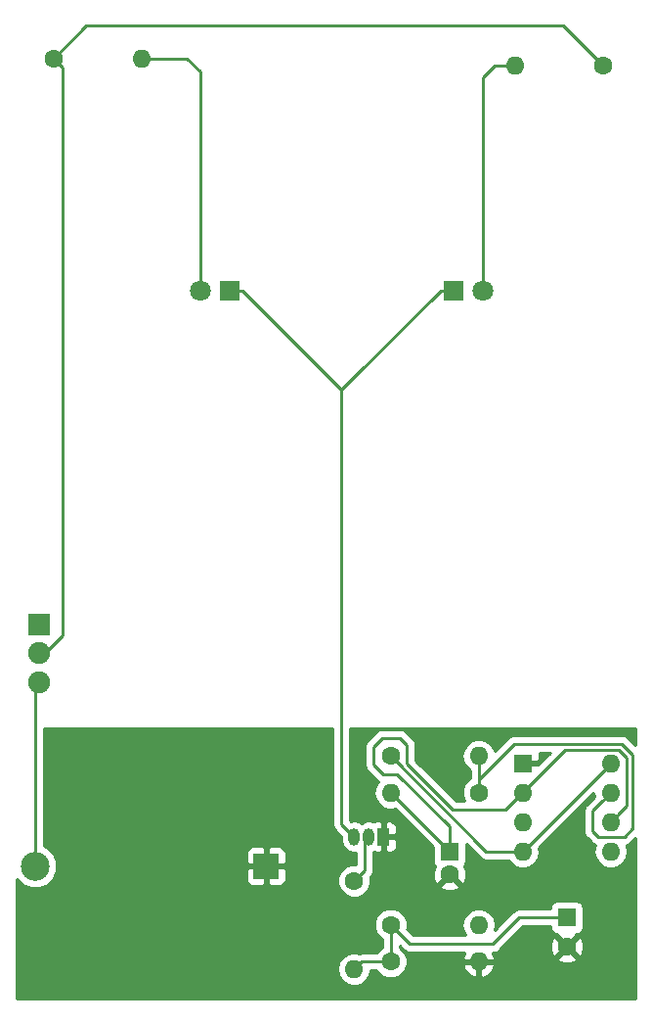
<source format=gbl>
G04 #@! TF.GenerationSoftware,KiCad,Pcbnew,(5.0.0)*
G04 #@! TF.CreationDate,2018-09-20T09:30:45-05:00*
G04 #@! TF.ProjectId,El_Santo,456C5F53616E746F2E6B696361645F70,V1.0*
G04 #@! TF.SameCoordinates,Original*
G04 #@! TF.FileFunction,Copper,L2,Bot,Signal*
G04 #@! TF.FilePolarity,Positive*
%FSLAX46Y46*%
G04 Gerber Fmt 4.6, Leading zero omitted, Abs format (unit mm)*
G04 Created by KiCad (PCBNEW (5.0.0)) date 09/20/18 09:30:45*
%MOMM*%
%LPD*%
G01*
G04 APERTURE LIST*
G04 #@! TA.AperFunction,ComponentPad*
%ADD10R,2.170000X2.170000*%
G04 #@! TD*
G04 #@! TA.AperFunction,ComponentPad*
%ADD11C,2.500000*%
G04 #@! TD*
G04 #@! TA.AperFunction,ComponentPad*
%ADD12R,1.600000X1.600000*%
G04 #@! TD*
G04 #@! TA.AperFunction,ComponentPad*
%ADD13C,1.600000*%
G04 #@! TD*
G04 #@! TA.AperFunction,ComponentPad*
%ADD14R,1.800000X1.800000*%
G04 #@! TD*
G04 #@! TA.AperFunction,ComponentPad*
%ADD15C,1.800000*%
G04 #@! TD*
G04 #@! TA.AperFunction,ComponentPad*
%ADD16O,1.000000X1.500000*%
G04 #@! TD*
G04 #@! TA.AperFunction,ComponentPad*
%ADD17R,1.000000X1.500000*%
G04 #@! TD*
G04 #@! TA.AperFunction,ComponentPad*
%ADD18O,1.600000X1.600000*%
G04 #@! TD*
G04 #@! TA.AperFunction,ComponentPad*
%ADD19R,1.900000X1.900000*%
G04 #@! TD*
G04 #@! TA.AperFunction,ComponentPad*
%ADD20C,1.900000*%
G04 #@! TD*
G04 #@! TA.AperFunction,Conductor*
%ADD21C,0.254000*%
G04 #@! TD*
G04 APERTURE END LIST*
D10*
G04 #@! TO.P,BAT1,Neg*
G04 #@! TO.N,GND*
X149225000Y-114935000D03*
D11*
G04 #@! TO.P,BAT1,Pos*
G04 #@! TO.N,Net-(BAT1-PadPos)*
X129225000Y-114935000D03*
G04 #@! TD*
D12*
G04 #@! TO.P,C1,1*
G04 #@! TO.N,Net-(C1-Pad1)*
X165100000Y-113665000D03*
D13*
G04 #@! TO.P,C1,2*
G04 #@! TO.N,GND*
X165100000Y-115665000D03*
G04 #@! TD*
D12*
G04 #@! TO.P,C2,1*
G04 #@! TO.N,Net-(C2-Pad1)*
X175260000Y-119380000D03*
D13*
G04 #@! TO.P,C2,2*
G04 #@! TO.N,GND*
X175260000Y-121880000D03*
G04 #@! TD*
D14*
G04 #@! TO.P,D1,1*
G04 #@! TO.N,Net-(D1-Pad1)*
X165481000Y-65151000D03*
D15*
G04 #@! TO.P,D1,2*
G04 #@! TO.N,Net-(D1-Pad2)*
X168021000Y-65151000D03*
G04 #@! TD*
G04 #@! TO.P,D2,2*
G04 #@! TO.N,Net-(D2-Pad2)*
X143510000Y-65151000D03*
D14*
G04 #@! TO.P,D2,1*
G04 #@! TO.N,Net-(D1-Pad1)*
X146050000Y-65151000D03*
G04 #@! TD*
D16*
G04 #@! TO.P,Q1,2*
G04 #@! TO.N,Net-(Q1-Pad2)*
X158115000Y-112395000D03*
G04 #@! TO.P,Q1,3*
G04 #@! TO.N,Net-(D1-Pad1)*
X156845000Y-112395000D03*
D17*
G04 #@! TO.P,Q1,1*
G04 #@! TO.N,GND*
X159385000Y-112395000D03*
G04 #@! TD*
D18*
G04 #@! TO.P,R1,2*
G04 #@! TO.N,Net-(R1-Pad2)*
X167640000Y-105410000D03*
D13*
G04 #@! TO.P,R1,1*
G04 #@! TO.N,VCC*
X160020000Y-105410000D03*
G04 #@! TD*
G04 #@! TO.P,R2,1*
G04 #@! TO.N,Net-(R1-Pad2)*
X167640000Y-108585000D03*
D18*
G04 #@! TO.P,R2,2*
G04 #@! TO.N,Net-(C1-Pad1)*
X160020000Y-108585000D03*
G04 #@! TD*
D13*
G04 #@! TO.P,R3,1*
G04 #@! TO.N,Net-(C2-Pad1)*
X160020000Y-120015000D03*
D18*
G04 #@! TO.P,R3,2*
G04 #@! TO.N,Net-(R3-Pad2)*
X167640000Y-120015000D03*
G04 #@! TD*
G04 #@! TO.P,R4,2*
G04 #@! TO.N,GND*
X167640000Y-123190000D03*
D13*
G04 #@! TO.P,R4,1*
G04 #@! TO.N,Net-(C2-Pad1)*
X160020000Y-123190000D03*
G04 #@! TD*
G04 #@! TO.P,R5,1*
G04 #@! TO.N,Net-(Q1-Pad2)*
X156845000Y-116205000D03*
D18*
G04 #@! TO.P,R5,2*
G04 #@! TO.N,Net-(C2-Pad1)*
X156845000Y-123825000D03*
G04 #@! TD*
G04 #@! TO.P,R6,2*
G04 #@! TO.N,Net-(D1-Pad2)*
X170815000Y-45720000D03*
D13*
G04 #@! TO.P,R6,1*
G04 #@! TO.N,VCC*
X178435000Y-45720000D03*
G04 #@! TD*
G04 #@! TO.P,R7,1*
G04 #@! TO.N,VCC*
X130810000Y-45085000D03*
D18*
G04 #@! TO.P,R7,2*
G04 #@! TO.N,Net-(D2-Pad2)*
X138430000Y-45085000D03*
G04 #@! TD*
D19*
G04 #@! TO.P,S1,1*
G04 #@! TO.N,Net-(S1-Pad1)*
X129540000Y-94020000D03*
D20*
G04 #@! TO.P,S1,2*
G04 #@! TO.N,VCC*
X129540000Y-96520000D03*
G04 #@! TO.P,S1,3*
G04 #@! TO.N,Net-(BAT1-PadPos)*
X129540000Y-99020000D03*
G04 #@! TD*
D12*
G04 #@! TO.P,U1,1*
G04 #@! TO.N,GND*
X171450000Y-106045000D03*
D18*
G04 #@! TO.P,U1,5*
G04 #@! TO.N,Net-(U1-Pad5)*
X179070000Y-113665000D03*
G04 #@! TO.P,U1,2*
G04 #@! TO.N,Net-(C1-Pad1)*
X171450000Y-108585000D03*
G04 #@! TO.P,U1,6*
X179070000Y-111125000D03*
G04 #@! TO.P,U1,3*
G04 #@! TO.N,Net-(R3-Pad2)*
X171450000Y-111125000D03*
G04 #@! TO.P,U1,7*
G04 #@! TO.N,Net-(R1-Pad2)*
X179070000Y-108585000D03*
G04 #@! TO.P,U1,4*
G04 #@! TO.N,VCC*
X171450000Y-113665000D03*
G04 #@! TO.P,U1,8*
X179070000Y-106045000D03*
G04 #@! TD*
D21*
G04 #@! TO.N,Net-(BAT1-PadPos)*
X129225000Y-99335000D02*
X129540000Y-99020000D01*
X129225000Y-114935000D02*
X129225000Y-99335000D01*
G04 #@! TO.N,Net-(C1-Pad1)*
X165100000Y-113665000D02*
X160020000Y-108585000D01*
X179869999Y-110325001D02*
X179070000Y-111125000D01*
X171450000Y-108559600D02*
X175145601Y-104863999D01*
X171450000Y-108585000D02*
X171450000Y-108559600D01*
X175145601Y-104863999D02*
X179793999Y-104863999D01*
X179793999Y-104863999D02*
X180467000Y-105537000D01*
X180467000Y-105537000D02*
X180467000Y-109728000D01*
X180467000Y-109728000D02*
X179869999Y-110325001D01*
X165100000Y-111480600D02*
X165100000Y-113665000D01*
X160578800Y-106959400D02*
X165100000Y-111480600D01*
X159334200Y-106959400D02*
X160578800Y-106959400D01*
X158521400Y-106146600D02*
X159334200Y-106959400D01*
X158521400Y-104622600D02*
X158521400Y-106146600D01*
X159308800Y-103835200D02*
X158521400Y-104622600D01*
X160782000Y-103835200D02*
X159308800Y-103835200D01*
X171424600Y-108585000D02*
X169926000Y-110083600D01*
X171450000Y-108585000D02*
X171424600Y-108585000D01*
X169926000Y-110083600D02*
X165412034Y-110083600D01*
X165412034Y-110083600D02*
X161417000Y-106088566D01*
X161417000Y-106088566D02*
X161417000Y-104470200D01*
X161417000Y-104470200D02*
X160782000Y-103835200D01*
G04 #@! TO.N,Net-(C2-Pad1)*
X157480000Y-123190000D02*
X156845000Y-123825000D01*
X160020000Y-123190000D02*
X157480000Y-123190000D01*
X160020000Y-120015000D02*
X160020000Y-123190000D01*
X160819999Y-120814999D02*
X160020000Y-120015000D01*
X161671000Y-121666000D02*
X160819999Y-120814999D01*
X168884600Y-121666000D02*
X161671000Y-121666000D01*
X175260000Y-119380000D02*
X171170600Y-119380000D01*
X171170600Y-119380000D02*
X168884600Y-121666000D01*
G04 #@! TO.N,Net-(D1-Pad1)*
X164327000Y-65151000D02*
X165481000Y-65151000D01*
X156845000Y-72633000D02*
X164327000Y-65151000D01*
X155727400Y-73750600D02*
X156845000Y-72633000D01*
X156845000Y-112395000D02*
X155727400Y-111277400D01*
X155727400Y-111277400D02*
X155727400Y-73750600D01*
X147204000Y-65151000D02*
X155765500Y-73712500D01*
X146050000Y-65151000D02*
X147204000Y-65151000D01*
X155765500Y-73712500D02*
X156845000Y-72633000D01*
G04 #@! TO.N,Net-(D1-Pad2)*
X169011600Y-45720000D02*
X170815000Y-45720000D01*
X168021000Y-65151000D02*
X168021000Y-46710600D01*
X168021000Y-46710600D02*
X169011600Y-45720000D01*
G04 #@! TO.N,Net-(D2-Pad2)*
X142367000Y-45085000D02*
X138430000Y-45085000D01*
X143510000Y-65151000D02*
X143510000Y-46228000D01*
X143510000Y-46228000D02*
X142367000Y-45085000D01*
G04 #@! TO.N,Net-(Q1-Pad2)*
X157644999Y-115405001D02*
X156845000Y-116205000D01*
X157726010Y-115323990D02*
X157644999Y-115405001D01*
X157726010Y-112783990D02*
X157726010Y-115323990D01*
X158115000Y-112395000D02*
X157726010Y-112783990D01*
G04 #@! TO.N,Net-(R1-Pad2)*
X167640000Y-105410000D02*
X167640000Y-108585000D01*
X178270001Y-109384999D02*
X179070000Y-108585000D01*
X177520600Y-110134400D02*
X178270001Y-109384999D01*
X177520600Y-111937800D02*
X177520600Y-110134400D01*
X177977800Y-112395000D02*
X177520600Y-111937800D01*
X180238400Y-112395000D02*
X177977800Y-112395000D01*
X167640000Y-107453630D02*
X170737640Y-104355990D01*
X167640000Y-108585000D02*
X167640000Y-107453630D01*
X170737640Y-104355990D02*
X180004426Y-104355990D01*
X180004426Y-104355990D02*
X180975011Y-105326575D01*
X180975011Y-105326575D02*
X180975011Y-111658389D01*
X180975011Y-111658389D02*
X180238400Y-112395000D01*
G04 #@! TO.N,VCC*
X179070000Y-106045000D02*
X171450000Y-113665000D01*
X168275000Y-113665000D02*
X171450000Y-113665000D01*
X160020000Y-105410000D02*
X168275000Y-113665000D01*
X177635001Y-44920001D02*
X178435000Y-45720000D01*
X174972627Y-42257627D02*
X177635001Y-44920001D01*
X133637373Y-42257627D02*
X174972627Y-42257627D01*
X130810000Y-45085000D02*
X133637373Y-42257627D01*
X130073400Y-96520000D02*
X129540000Y-96520000D01*
X131622800Y-94970600D02*
X130073400Y-96520000D01*
X130810000Y-45085000D02*
X131622800Y-45897800D01*
X131622800Y-45897800D02*
X131622800Y-94970600D01*
G04 #@! TD*
G04 #@! TO.N,GND*
G36*
X154965400Y-111202357D02*
X154950473Y-111277400D01*
X154965400Y-111352443D01*
X154965400Y-111352447D01*
X155009612Y-111574716D01*
X155178029Y-111826771D01*
X155241653Y-111869283D01*
X155710000Y-112337630D01*
X155710000Y-112756783D01*
X155775854Y-113087855D01*
X156026712Y-113463289D01*
X156402146Y-113714146D01*
X156845000Y-113802235D01*
X156964010Y-113778562D01*
X156964011Y-114770000D01*
X156559561Y-114770000D01*
X156032138Y-114988466D01*
X155628466Y-115392138D01*
X155410000Y-115919561D01*
X155410000Y-116490439D01*
X155628466Y-117017862D01*
X156032138Y-117421534D01*
X156559561Y-117640000D01*
X157130439Y-117640000D01*
X157657862Y-117421534D01*
X158061534Y-117017862D01*
X158204486Y-116672745D01*
X164271861Y-116672745D01*
X164345995Y-116918864D01*
X164883223Y-117111965D01*
X165453454Y-117084778D01*
X165854005Y-116918864D01*
X165928139Y-116672745D01*
X165100000Y-115844605D01*
X164271861Y-116672745D01*
X158204486Y-116672745D01*
X158280000Y-116490439D01*
X158280000Y-115919561D01*
X158264010Y-115880959D01*
X158275381Y-115873361D01*
X158443798Y-115621307D01*
X158488010Y-115399038D01*
X158488010Y-115399037D01*
X158502938Y-115323990D01*
X158488010Y-115248943D01*
X158488010Y-113728039D01*
X158557855Y-113714146D01*
X158573871Y-113703445D01*
X158758691Y-113780000D01*
X159099250Y-113780000D01*
X159258000Y-113621250D01*
X159258000Y-112522000D01*
X159512000Y-112522000D01*
X159512000Y-113621250D01*
X159670750Y-113780000D01*
X160011309Y-113780000D01*
X160244698Y-113683327D01*
X160423327Y-113504699D01*
X160520000Y-113271310D01*
X160520000Y-112680750D01*
X160361250Y-112522000D01*
X159512000Y-112522000D01*
X159258000Y-112522000D01*
X159250000Y-112522000D01*
X159250000Y-112268000D01*
X159258000Y-112268000D01*
X159258000Y-111168750D01*
X159512000Y-111168750D01*
X159512000Y-112268000D01*
X160361250Y-112268000D01*
X160520000Y-112109250D01*
X160520000Y-111518690D01*
X160423327Y-111285301D01*
X160244698Y-111106673D01*
X160011309Y-111010000D01*
X159670750Y-111010000D01*
X159512000Y-111168750D01*
X159258000Y-111168750D01*
X159099250Y-111010000D01*
X158758691Y-111010000D01*
X158573870Y-111086555D01*
X158557854Y-111075854D01*
X158115000Y-110987765D01*
X157672145Y-111075854D01*
X157480000Y-111204241D01*
X157287854Y-111075854D01*
X156845000Y-110987765D01*
X156570080Y-111042450D01*
X156489400Y-110961770D01*
X156489400Y-102997000D01*
X181216300Y-102997000D01*
X181216300Y-104490234D01*
X180596310Y-103870244D01*
X180553797Y-103806619D01*
X180301743Y-103638202D01*
X180079474Y-103593990D01*
X180079469Y-103593990D01*
X180004426Y-103579063D01*
X179929383Y-103593990D01*
X170812682Y-103593990D01*
X170737639Y-103579063D01*
X170662596Y-103593990D01*
X170662592Y-103593990D01*
X170440323Y-103638202D01*
X170440322Y-103638203D01*
X170440321Y-103638203D01*
X170386281Y-103674312D01*
X170188269Y-103806619D01*
X170145756Y-103870244D01*
X169020637Y-104995363D01*
X168991740Y-104850091D01*
X168674577Y-104375423D01*
X168199909Y-104058260D01*
X167781333Y-103975000D01*
X167498667Y-103975000D01*
X167080091Y-104058260D01*
X166605423Y-104375423D01*
X166288260Y-104850091D01*
X166176887Y-105410000D01*
X166288260Y-105969909D01*
X166605423Y-106444577D01*
X166878000Y-106626707D01*
X166878001Y-107347398D01*
X166827138Y-107368466D01*
X166423466Y-107772138D01*
X166205000Y-108299561D01*
X166205000Y-108870439D01*
X166391877Y-109321600D01*
X165727665Y-109321600D01*
X162179000Y-105772936D01*
X162179000Y-104545247D01*
X162193928Y-104470200D01*
X162176895Y-104384571D01*
X162134788Y-104172883D01*
X161966371Y-103920829D01*
X161902749Y-103878318D01*
X161373883Y-103349453D01*
X161331371Y-103285829D01*
X161079317Y-103117412D01*
X160857048Y-103073200D01*
X160857043Y-103073200D01*
X160782000Y-103058273D01*
X160706957Y-103073200D01*
X159383847Y-103073200D01*
X159308800Y-103058272D01*
X159233753Y-103073200D01*
X159233752Y-103073200D01*
X159011483Y-103117412D01*
X158759429Y-103285829D01*
X158716918Y-103349451D01*
X158035653Y-104030717D01*
X157972029Y-104073229D01*
X157803612Y-104325284D01*
X157759400Y-104547553D01*
X157759400Y-104547557D01*
X157744473Y-104622600D01*
X157759400Y-104697644D01*
X157759401Y-106071552D01*
X157744473Y-106146600D01*
X157803613Y-106443917D01*
X157925634Y-106626534D01*
X157972030Y-106695971D01*
X158035651Y-106738481D01*
X158742317Y-107445148D01*
X158784829Y-107508771D01*
X158942749Y-107614290D01*
X158668260Y-108025091D01*
X158556887Y-108585000D01*
X158668260Y-109144909D01*
X158985423Y-109619577D01*
X159460091Y-109936740D01*
X159878667Y-110020000D01*
X160161333Y-110020000D01*
X160341527Y-109984157D01*
X163652560Y-113295191D01*
X163652560Y-114465000D01*
X163701843Y-114712765D01*
X163841995Y-114922516D01*
X163653035Y-115448223D01*
X163680222Y-116018454D01*
X163846136Y-116419005D01*
X164092255Y-116493139D01*
X164920395Y-115665000D01*
X164906252Y-115650858D01*
X165085858Y-115471253D01*
X165100000Y-115485395D01*
X165114143Y-115471253D01*
X165293748Y-115650858D01*
X165279605Y-115665000D01*
X166107745Y-116493139D01*
X166353864Y-116419005D01*
X166546965Y-115881777D01*
X166519778Y-115311546D01*
X166358395Y-114921933D01*
X166498157Y-114712765D01*
X166547440Y-114465000D01*
X166547440Y-113015071D01*
X167683118Y-114150749D01*
X167725629Y-114214371D01*
X167977683Y-114382788D01*
X168199952Y-114427000D01*
X168199957Y-114427000D01*
X168275000Y-114441927D01*
X168350043Y-114427000D01*
X170233293Y-114427000D01*
X170415423Y-114699577D01*
X170890091Y-115016740D01*
X171308667Y-115100000D01*
X171591333Y-115100000D01*
X172009909Y-115016740D01*
X172484577Y-114699577D01*
X172801740Y-114224909D01*
X172913113Y-113665000D01*
X172849157Y-113343473D01*
X177607010Y-108585620D01*
X177670843Y-108906526D01*
X177034851Y-109542519D01*
X176971230Y-109585029D01*
X176928719Y-109648651D01*
X176928718Y-109648652D01*
X176802813Y-109837083D01*
X176743673Y-110134400D01*
X176758601Y-110209448D01*
X176758600Y-111862756D01*
X176743673Y-111937800D01*
X176758600Y-112012843D01*
X176758600Y-112012847D01*
X176802812Y-112235116D01*
X176971229Y-112487171D01*
X177034854Y-112529684D01*
X177385916Y-112880746D01*
X177428429Y-112944371D01*
X177586514Y-113050000D01*
X177680481Y-113112787D01*
X177680482Y-113112787D01*
X177680483Y-113112788D01*
X177715349Y-113119723D01*
X177606887Y-113665000D01*
X177718260Y-114224909D01*
X178035423Y-114699577D01*
X178510091Y-115016740D01*
X178928667Y-115100000D01*
X179211333Y-115100000D01*
X179629909Y-115016740D01*
X180104577Y-114699577D01*
X180421740Y-114224909D01*
X180533113Y-113665000D01*
X180427551Y-113134304D01*
X180535717Y-113112788D01*
X180787771Y-112944371D01*
X180830283Y-112880747D01*
X181216300Y-112494730D01*
X181216300Y-126352300D01*
X127647700Y-126352300D01*
X127647700Y-123825000D01*
X155381887Y-123825000D01*
X155493260Y-124384909D01*
X155810423Y-124859577D01*
X156285091Y-125176740D01*
X156703667Y-125260000D01*
X156986333Y-125260000D01*
X157404909Y-125176740D01*
X157879577Y-124859577D01*
X158196740Y-124384909D01*
X158282851Y-123952000D01*
X158782398Y-123952000D01*
X158803466Y-124002862D01*
X159207138Y-124406534D01*
X159734561Y-124625000D01*
X160305439Y-124625000D01*
X160832862Y-124406534D01*
X161236534Y-124002862D01*
X161428655Y-123539039D01*
X166248096Y-123539039D01*
X166408959Y-123927423D01*
X166784866Y-124342389D01*
X167290959Y-124581914D01*
X167513000Y-124460629D01*
X167513000Y-123317000D01*
X167767000Y-123317000D01*
X167767000Y-124460629D01*
X167989041Y-124581914D01*
X168495134Y-124342389D01*
X168871041Y-123927423D01*
X169031904Y-123539039D01*
X168909915Y-123317000D01*
X167767000Y-123317000D01*
X167513000Y-123317000D01*
X166370085Y-123317000D01*
X166248096Y-123539039D01*
X161428655Y-123539039D01*
X161455000Y-123475439D01*
X161455000Y-122904561D01*
X161236534Y-122377138D01*
X160832862Y-121973466D01*
X160782000Y-121952398D01*
X160782000Y-121854631D01*
X161079118Y-122151749D01*
X161121629Y-122215371D01*
X161185251Y-122257882D01*
X161373681Y-122383787D01*
X161373682Y-122383787D01*
X161373683Y-122383788D01*
X161595952Y-122428000D01*
X161595956Y-122428000D01*
X161670999Y-122442927D01*
X161746042Y-122428000D01*
X166431223Y-122428000D01*
X166408959Y-122452577D01*
X166248096Y-122840961D01*
X166370085Y-123063000D01*
X167513000Y-123063000D01*
X167513000Y-123043000D01*
X167767000Y-123043000D01*
X167767000Y-123063000D01*
X168909915Y-123063000D01*
X169006200Y-122887745D01*
X174431861Y-122887745D01*
X174505995Y-123133864D01*
X175043223Y-123326965D01*
X175613454Y-123299778D01*
X176014005Y-123133864D01*
X176088139Y-122887745D01*
X175260000Y-122059605D01*
X174431861Y-122887745D01*
X169006200Y-122887745D01*
X169031904Y-122840961D01*
X168871041Y-122452577D01*
X168857398Y-122437516D01*
X168884600Y-122442927D01*
X168959643Y-122428000D01*
X168959648Y-122428000D01*
X169181917Y-122383788D01*
X169433971Y-122215371D01*
X169476483Y-122151747D01*
X169965007Y-121663223D01*
X173813035Y-121663223D01*
X173840222Y-122233454D01*
X174006136Y-122634005D01*
X174252255Y-122708139D01*
X175080395Y-121880000D01*
X175439605Y-121880000D01*
X176267745Y-122708139D01*
X176513864Y-122634005D01*
X176706965Y-122096777D01*
X176679778Y-121526546D01*
X176513864Y-121125995D01*
X176267745Y-121051861D01*
X175439605Y-121880000D01*
X175080395Y-121880000D01*
X174252255Y-121051861D01*
X174006136Y-121125995D01*
X173813035Y-121663223D01*
X169965007Y-121663223D01*
X171486231Y-120142000D01*
X173812560Y-120142000D01*
X173812560Y-120180000D01*
X173861843Y-120427765D01*
X174002191Y-120637809D01*
X174212235Y-120778157D01*
X174446187Y-120824693D01*
X174431861Y-120872255D01*
X175260000Y-121700395D01*
X176088139Y-120872255D01*
X176073813Y-120824693D01*
X176307765Y-120778157D01*
X176517809Y-120637809D01*
X176658157Y-120427765D01*
X176707440Y-120180000D01*
X176707440Y-118580000D01*
X176658157Y-118332235D01*
X176517809Y-118122191D01*
X176307765Y-117981843D01*
X176060000Y-117932560D01*
X174460000Y-117932560D01*
X174212235Y-117981843D01*
X174002191Y-118122191D01*
X173861843Y-118332235D01*
X173812560Y-118580000D01*
X173812560Y-118618000D01*
X171245642Y-118618000D01*
X171170599Y-118603073D01*
X171095556Y-118618000D01*
X171095552Y-118618000D01*
X170873283Y-118662212D01*
X170873282Y-118662213D01*
X170873281Y-118662213D01*
X170684851Y-118788118D01*
X170621229Y-118830629D01*
X170578718Y-118894251D01*
X169015001Y-120457969D01*
X169103113Y-120015000D01*
X168991740Y-119455091D01*
X168674577Y-118980423D01*
X168199909Y-118663260D01*
X167781333Y-118580000D01*
X167498667Y-118580000D01*
X167080091Y-118663260D01*
X166605423Y-118980423D01*
X166288260Y-119455091D01*
X166176887Y-120015000D01*
X166288260Y-120574909D01*
X166508152Y-120904000D01*
X161986631Y-120904000D01*
X161433932Y-120351302D01*
X161455000Y-120300439D01*
X161455000Y-119729561D01*
X161236534Y-119202138D01*
X160832862Y-118798466D01*
X160305439Y-118580000D01*
X159734561Y-118580000D01*
X159207138Y-118798466D01*
X158803466Y-119202138D01*
X158585000Y-119729561D01*
X158585000Y-120300439D01*
X158803466Y-120827862D01*
X159207138Y-121231534D01*
X159258000Y-121252602D01*
X159258001Y-121952398D01*
X159207138Y-121973466D01*
X158803466Y-122377138D01*
X158782398Y-122428000D01*
X157555047Y-122428000D01*
X157480000Y-122413072D01*
X157404953Y-122428000D01*
X157404952Y-122428000D01*
X157291162Y-122450634D01*
X156986333Y-122390000D01*
X156703667Y-122390000D01*
X156285091Y-122473260D01*
X155810423Y-122790423D01*
X155493260Y-123265091D01*
X155381887Y-123825000D01*
X127647700Y-123825000D01*
X127647700Y-116023493D01*
X128157233Y-116533026D01*
X128850050Y-116820000D01*
X129599950Y-116820000D01*
X130292767Y-116533026D01*
X130823026Y-116002767D01*
X131110000Y-115309950D01*
X131110000Y-115220750D01*
X147505000Y-115220750D01*
X147505000Y-116146310D01*
X147601673Y-116379699D01*
X147780302Y-116558327D01*
X148013691Y-116655000D01*
X148939250Y-116655000D01*
X149098000Y-116496250D01*
X149098000Y-115062000D01*
X149352000Y-115062000D01*
X149352000Y-116496250D01*
X149510750Y-116655000D01*
X150436309Y-116655000D01*
X150669698Y-116558327D01*
X150848327Y-116379699D01*
X150945000Y-116146310D01*
X150945000Y-115220750D01*
X150786250Y-115062000D01*
X149352000Y-115062000D01*
X149098000Y-115062000D01*
X147663750Y-115062000D01*
X147505000Y-115220750D01*
X131110000Y-115220750D01*
X131110000Y-114560050D01*
X130823026Y-113867233D01*
X130679483Y-113723690D01*
X147505000Y-113723690D01*
X147505000Y-114649250D01*
X147663750Y-114808000D01*
X149098000Y-114808000D01*
X149098000Y-113373750D01*
X149352000Y-113373750D01*
X149352000Y-114808000D01*
X150786250Y-114808000D01*
X150945000Y-114649250D01*
X150945000Y-113723690D01*
X150848327Y-113490301D01*
X150669698Y-113311673D01*
X150436309Y-113215000D01*
X149510750Y-113215000D01*
X149352000Y-113373750D01*
X149098000Y-113373750D01*
X148939250Y-113215000D01*
X148013691Y-113215000D01*
X147780302Y-113311673D01*
X147601673Y-113490301D01*
X147505000Y-113723690D01*
X130679483Y-113723690D01*
X130292767Y-113336974D01*
X129987000Y-113210321D01*
X129987000Y-102997000D01*
X154965400Y-102997000D01*
X154965400Y-111202357D01*
X154965400Y-111202357D01*
G37*
X154965400Y-111202357D02*
X154950473Y-111277400D01*
X154965400Y-111352443D01*
X154965400Y-111352447D01*
X155009612Y-111574716D01*
X155178029Y-111826771D01*
X155241653Y-111869283D01*
X155710000Y-112337630D01*
X155710000Y-112756783D01*
X155775854Y-113087855D01*
X156026712Y-113463289D01*
X156402146Y-113714146D01*
X156845000Y-113802235D01*
X156964010Y-113778562D01*
X156964011Y-114770000D01*
X156559561Y-114770000D01*
X156032138Y-114988466D01*
X155628466Y-115392138D01*
X155410000Y-115919561D01*
X155410000Y-116490439D01*
X155628466Y-117017862D01*
X156032138Y-117421534D01*
X156559561Y-117640000D01*
X157130439Y-117640000D01*
X157657862Y-117421534D01*
X158061534Y-117017862D01*
X158204486Y-116672745D01*
X164271861Y-116672745D01*
X164345995Y-116918864D01*
X164883223Y-117111965D01*
X165453454Y-117084778D01*
X165854005Y-116918864D01*
X165928139Y-116672745D01*
X165100000Y-115844605D01*
X164271861Y-116672745D01*
X158204486Y-116672745D01*
X158280000Y-116490439D01*
X158280000Y-115919561D01*
X158264010Y-115880959D01*
X158275381Y-115873361D01*
X158443798Y-115621307D01*
X158488010Y-115399038D01*
X158488010Y-115399037D01*
X158502938Y-115323990D01*
X158488010Y-115248943D01*
X158488010Y-113728039D01*
X158557855Y-113714146D01*
X158573871Y-113703445D01*
X158758691Y-113780000D01*
X159099250Y-113780000D01*
X159258000Y-113621250D01*
X159258000Y-112522000D01*
X159512000Y-112522000D01*
X159512000Y-113621250D01*
X159670750Y-113780000D01*
X160011309Y-113780000D01*
X160244698Y-113683327D01*
X160423327Y-113504699D01*
X160520000Y-113271310D01*
X160520000Y-112680750D01*
X160361250Y-112522000D01*
X159512000Y-112522000D01*
X159258000Y-112522000D01*
X159250000Y-112522000D01*
X159250000Y-112268000D01*
X159258000Y-112268000D01*
X159258000Y-111168750D01*
X159512000Y-111168750D01*
X159512000Y-112268000D01*
X160361250Y-112268000D01*
X160520000Y-112109250D01*
X160520000Y-111518690D01*
X160423327Y-111285301D01*
X160244698Y-111106673D01*
X160011309Y-111010000D01*
X159670750Y-111010000D01*
X159512000Y-111168750D01*
X159258000Y-111168750D01*
X159099250Y-111010000D01*
X158758691Y-111010000D01*
X158573870Y-111086555D01*
X158557854Y-111075854D01*
X158115000Y-110987765D01*
X157672145Y-111075854D01*
X157480000Y-111204241D01*
X157287854Y-111075854D01*
X156845000Y-110987765D01*
X156570080Y-111042450D01*
X156489400Y-110961770D01*
X156489400Y-102997000D01*
X181216300Y-102997000D01*
X181216300Y-104490234D01*
X180596310Y-103870244D01*
X180553797Y-103806619D01*
X180301743Y-103638202D01*
X180079474Y-103593990D01*
X180079469Y-103593990D01*
X180004426Y-103579063D01*
X179929383Y-103593990D01*
X170812682Y-103593990D01*
X170737639Y-103579063D01*
X170662596Y-103593990D01*
X170662592Y-103593990D01*
X170440323Y-103638202D01*
X170440322Y-103638203D01*
X170440321Y-103638203D01*
X170386281Y-103674312D01*
X170188269Y-103806619D01*
X170145756Y-103870244D01*
X169020637Y-104995363D01*
X168991740Y-104850091D01*
X168674577Y-104375423D01*
X168199909Y-104058260D01*
X167781333Y-103975000D01*
X167498667Y-103975000D01*
X167080091Y-104058260D01*
X166605423Y-104375423D01*
X166288260Y-104850091D01*
X166176887Y-105410000D01*
X166288260Y-105969909D01*
X166605423Y-106444577D01*
X166878000Y-106626707D01*
X166878001Y-107347398D01*
X166827138Y-107368466D01*
X166423466Y-107772138D01*
X166205000Y-108299561D01*
X166205000Y-108870439D01*
X166391877Y-109321600D01*
X165727665Y-109321600D01*
X162179000Y-105772936D01*
X162179000Y-104545247D01*
X162193928Y-104470200D01*
X162176895Y-104384571D01*
X162134788Y-104172883D01*
X161966371Y-103920829D01*
X161902749Y-103878318D01*
X161373883Y-103349453D01*
X161331371Y-103285829D01*
X161079317Y-103117412D01*
X160857048Y-103073200D01*
X160857043Y-103073200D01*
X160782000Y-103058273D01*
X160706957Y-103073200D01*
X159383847Y-103073200D01*
X159308800Y-103058272D01*
X159233753Y-103073200D01*
X159233752Y-103073200D01*
X159011483Y-103117412D01*
X158759429Y-103285829D01*
X158716918Y-103349451D01*
X158035653Y-104030717D01*
X157972029Y-104073229D01*
X157803612Y-104325284D01*
X157759400Y-104547553D01*
X157759400Y-104547557D01*
X157744473Y-104622600D01*
X157759400Y-104697644D01*
X157759401Y-106071552D01*
X157744473Y-106146600D01*
X157803613Y-106443917D01*
X157925634Y-106626534D01*
X157972030Y-106695971D01*
X158035651Y-106738481D01*
X158742317Y-107445148D01*
X158784829Y-107508771D01*
X158942749Y-107614290D01*
X158668260Y-108025091D01*
X158556887Y-108585000D01*
X158668260Y-109144909D01*
X158985423Y-109619577D01*
X159460091Y-109936740D01*
X159878667Y-110020000D01*
X160161333Y-110020000D01*
X160341527Y-109984157D01*
X163652560Y-113295191D01*
X163652560Y-114465000D01*
X163701843Y-114712765D01*
X163841995Y-114922516D01*
X163653035Y-115448223D01*
X163680222Y-116018454D01*
X163846136Y-116419005D01*
X164092255Y-116493139D01*
X164920395Y-115665000D01*
X164906252Y-115650858D01*
X165085858Y-115471253D01*
X165100000Y-115485395D01*
X165114143Y-115471253D01*
X165293748Y-115650858D01*
X165279605Y-115665000D01*
X166107745Y-116493139D01*
X166353864Y-116419005D01*
X166546965Y-115881777D01*
X166519778Y-115311546D01*
X166358395Y-114921933D01*
X166498157Y-114712765D01*
X166547440Y-114465000D01*
X166547440Y-113015071D01*
X167683118Y-114150749D01*
X167725629Y-114214371D01*
X167977683Y-114382788D01*
X168199952Y-114427000D01*
X168199957Y-114427000D01*
X168275000Y-114441927D01*
X168350043Y-114427000D01*
X170233293Y-114427000D01*
X170415423Y-114699577D01*
X170890091Y-115016740D01*
X171308667Y-115100000D01*
X171591333Y-115100000D01*
X172009909Y-115016740D01*
X172484577Y-114699577D01*
X172801740Y-114224909D01*
X172913113Y-113665000D01*
X172849157Y-113343473D01*
X177607010Y-108585620D01*
X177670843Y-108906526D01*
X177034851Y-109542519D01*
X176971230Y-109585029D01*
X176928719Y-109648651D01*
X176928718Y-109648652D01*
X176802813Y-109837083D01*
X176743673Y-110134400D01*
X176758601Y-110209448D01*
X176758600Y-111862756D01*
X176743673Y-111937800D01*
X176758600Y-112012843D01*
X176758600Y-112012847D01*
X176802812Y-112235116D01*
X176971229Y-112487171D01*
X177034854Y-112529684D01*
X177385916Y-112880746D01*
X177428429Y-112944371D01*
X177586514Y-113050000D01*
X177680481Y-113112787D01*
X177680482Y-113112787D01*
X177680483Y-113112788D01*
X177715349Y-113119723D01*
X177606887Y-113665000D01*
X177718260Y-114224909D01*
X178035423Y-114699577D01*
X178510091Y-115016740D01*
X178928667Y-115100000D01*
X179211333Y-115100000D01*
X179629909Y-115016740D01*
X180104577Y-114699577D01*
X180421740Y-114224909D01*
X180533113Y-113665000D01*
X180427551Y-113134304D01*
X180535717Y-113112788D01*
X180787771Y-112944371D01*
X180830283Y-112880747D01*
X181216300Y-112494730D01*
X181216300Y-126352300D01*
X127647700Y-126352300D01*
X127647700Y-123825000D01*
X155381887Y-123825000D01*
X155493260Y-124384909D01*
X155810423Y-124859577D01*
X156285091Y-125176740D01*
X156703667Y-125260000D01*
X156986333Y-125260000D01*
X157404909Y-125176740D01*
X157879577Y-124859577D01*
X158196740Y-124384909D01*
X158282851Y-123952000D01*
X158782398Y-123952000D01*
X158803466Y-124002862D01*
X159207138Y-124406534D01*
X159734561Y-124625000D01*
X160305439Y-124625000D01*
X160832862Y-124406534D01*
X161236534Y-124002862D01*
X161428655Y-123539039D01*
X166248096Y-123539039D01*
X166408959Y-123927423D01*
X166784866Y-124342389D01*
X167290959Y-124581914D01*
X167513000Y-124460629D01*
X167513000Y-123317000D01*
X167767000Y-123317000D01*
X167767000Y-124460629D01*
X167989041Y-124581914D01*
X168495134Y-124342389D01*
X168871041Y-123927423D01*
X169031904Y-123539039D01*
X168909915Y-123317000D01*
X167767000Y-123317000D01*
X167513000Y-123317000D01*
X166370085Y-123317000D01*
X166248096Y-123539039D01*
X161428655Y-123539039D01*
X161455000Y-123475439D01*
X161455000Y-122904561D01*
X161236534Y-122377138D01*
X160832862Y-121973466D01*
X160782000Y-121952398D01*
X160782000Y-121854631D01*
X161079118Y-122151749D01*
X161121629Y-122215371D01*
X161185251Y-122257882D01*
X161373681Y-122383787D01*
X161373682Y-122383787D01*
X161373683Y-122383788D01*
X161595952Y-122428000D01*
X161595956Y-122428000D01*
X161670999Y-122442927D01*
X161746042Y-122428000D01*
X166431223Y-122428000D01*
X166408959Y-122452577D01*
X166248096Y-122840961D01*
X166370085Y-123063000D01*
X167513000Y-123063000D01*
X167513000Y-123043000D01*
X167767000Y-123043000D01*
X167767000Y-123063000D01*
X168909915Y-123063000D01*
X169006200Y-122887745D01*
X174431861Y-122887745D01*
X174505995Y-123133864D01*
X175043223Y-123326965D01*
X175613454Y-123299778D01*
X176014005Y-123133864D01*
X176088139Y-122887745D01*
X175260000Y-122059605D01*
X174431861Y-122887745D01*
X169006200Y-122887745D01*
X169031904Y-122840961D01*
X168871041Y-122452577D01*
X168857398Y-122437516D01*
X168884600Y-122442927D01*
X168959643Y-122428000D01*
X168959648Y-122428000D01*
X169181917Y-122383788D01*
X169433971Y-122215371D01*
X169476483Y-122151747D01*
X169965007Y-121663223D01*
X173813035Y-121663223D01*
X173840222Y-122233454D01*
X174006136Y-122634005D01*
X174252255Y-122708139D01*
X175080395Y-121880000D01*
X175439605Y-121880000D01*
X176267745Y-122708139D01*
X176513864Y-122634005D01*
X176706965Y-122096777D01*
X176679778Y-121526546D01*
X176513864Y-121125995D01*
X176267745Y-121051861D01*
X175439605Y-121880000D01*
X175080395Y-121880000D01*
X174252255Y-121051861D01*
X174006136Y-121125995D01*
X173813035Y-121663223D01*
X169965007Y-121663223D01*
X171486231Y-120142000D01*
X173812560Y-120142000D01*
X173812560Y-120180000D01*
X173861843Y-120427765D01*
X174002191Y-120637809D01*
X174212235Y-120778157D01*
X174446187Y-120824693D01*
X174431861Y-120872255D01*
X175260000Y-121700395D01*
X176088139Y-120872255D01*
X176073813Y-120824693D01*
X176307765Y-120778157D01*
X176517809Y-120637809D01*
X176658157Y-120427765D01*
X176707440Y-120180000D01*
X176707440Y-118580000D01*
X176658157Y-118332235D01*
X176517809Y-118122191D01*
X176307765Y-117981843D01*
X176060000Y-117932560D01*
X174460000Y-117932560D01*
X174212235Y-117981843D01*
X174002191Y-118122191D01*
X173861843Y-118332235D01*
X173812560Y-118580000D01*
X173812560Y-118618000D01*
X171245642Y-118618000D01*
X171170599Y-118603073D01*
X171095556Y-118618000D01*
X171095552Y-118618000D01*
X170873283Y-118662212D01*
X170873282Y-118662213D01*
X170873281Y-118662213D01*
X170684851Y-118788118D01*
X170621229Y-118830629D01*
X170578718Y-118894251D01*
X169015001Y-120457969D01*
X169103113Y-120015000D01*
X168991740Y-119455091D01*
X168674577Y-118980423D01*
X168199909Y-118663260D01*
X167781333Y-118580000D01*
X167498667Y-118580000D01*
X167080091Y-118663260D01*
X166605423Y-118980423D01*
X166288260Y-119455091D01*
X166176887Y-120015000D01*
X166288260Y-120574909D01*
X166508152Y-120904000D01*
X161986631Y-120904000D01*
X161433932Y-120351302D01*
X161455000Y-120300439D01*
X161455000Y-119729561D01*
X161236534Y-119202138D01*
X160832862Y-118798466D01*
X160305439Y-118580000D01*
X159734561Y-118580000D01*
X159207138Y-118798466D01*
X158803466Y-119202138D01*
X158585000Y-119729561D01*
X158585000Y-120300439D01*
X158803466Y-120827862D01*
X159207138Y-121231534D01*
X159258000Y-121252602D01*
X159258001Y-121952398D01*
X159207138Y-121973466D01*
X158803466Y-122377138D01*
X158782398Y-122428000D01*
X157555047Y-122428000D01*
X157480000Y-122413072D01*
X157404953Y-122428000D01*
X157404952Y-122428000D01*
X157291162Y-122450634D01*
X156986333Y-122390000D01*
X156703667Y-122390000D01*
X156285091Y-122473260D01*
X155810423Y-122790423D01*
X155493260Y-123265091D01*
X155381887Y-123825000D01*
X127647700Y-123825000D01*
X127647700Y-116023493D01*
X128157233Y-116533026D01*
X128850050Y-116820000D01*
X129599950Y-116820000D01*
X130292767Y-116533026D01*
X130823026Y-116002767D01*
X131110000Y-115309950D01*
X131110000Y-115220750D01*
X147505000Y-115220750D01*
X147505000Y-116146310D01*
X147601673Y-116379699D01*
X147780302Y-116558327D01*
X148013691Y-116655000D01*
X148939250Y-116655000D01*
X149098000Y-116496250D01*
X149098000Y-115062000D01*
X149352000Y-115062000D01*
X149352000Y-116496250D01*
X149510750Y-116655000D01*
X150436309Y-116655000D01*
X150669698Y-116558327D01*
X150848327Y-116379699D01*
X150945000Y-116146310D01*
X150945000Y-115220750D01*
X150786250Y-115062000D01*
X149352000Y-115062000D01*
X149098000Y-115062000D01*
X147663750Y-115062000D01*
X147505000Y-115220750D01*
X131110000Y-115220750D01*
X131110000Y-114560050D01*
X130823026Y-113867233D01*
X130679483Y-113723690D01*
X147505000Y-113723690D01*
X147505000Y-114649250D01*
X147663750Y-114808000D01*
X149098000Y-114808000D01*
X149098000Y-113373750D01*
X149352000Y-113373750D01*
X149352000Y-114808000D01*
X150786250Y-114808000D01*
X150945000Y-114649250D01*
X150945000Y-113723690D01*
X150848327Y-113490301D01*
X150669698Y-113311673D01*
X150436309Y-113215000D01*
X149510750Y-113215000D01*
X149352000Y-113373750D01*
X149098000Y-113373750D01*
X148939250Y-113215000D01*
X148013691Y-113215000D01*
X147780302Y-113311673D01*
X147601673Y-113490301D01*
X147505000Y-113723690D01*
X130679483Y-113723690D01*
X130292767Y-113336974D01*
X129987000Y-113210321D01*
X129987000Y-102997000D01*
X154965400Y-102997000D01*
X154965400Y-111202357D01*
G36*
X172743110Y-106188860D02*
X172726250Y-106172000D01*
X171577000Y-106172000D01*
X171577000Y-106192000D01*
X171323000Y-106192000D01*
X171323000Y-106172000D01*
X171303000Y-106172000D01*
X171303000Y-105918000D01*
X171323000Y-105918000D01*
X171323000Y-105898000D01*
X171577000Y-105898000D01*
X171577000Y-105918000D01*
X172726250Y-105918000D01*
X172885000Y-105759250D01*
X172885000Y-105118690D01*
X172884710Y-105117990D01*
X173813979Y-105117990D01*
X172743110Y-106188860D01*
X172743110Y-106188860D01*
G37*
X172743110Y-106188860D02*
X172726250Y-106172000D01*
X171577000Y-106172000D01*
X171577000Y-106192000D01*
X171323000Y-106192000D01*
X171323000Y-106172000D01*
X171303000Y-106172000D01*
X171303000Y-105918000D01*
X171323000Y-105918000D01*
X171323000Y-105898000D01*
X171577000Y-105898000D01*
X171577000Y-105918000D01*
X172726250Y-105918000D01*
X172885000Y-105759250D01*
X172885000Y-105118690D01*
X172884710Y-105117990D01*
X173813979Y-105117990D01*
X172743110Y-106188860D01*
G04 #@! TD*
M02*

</source>
